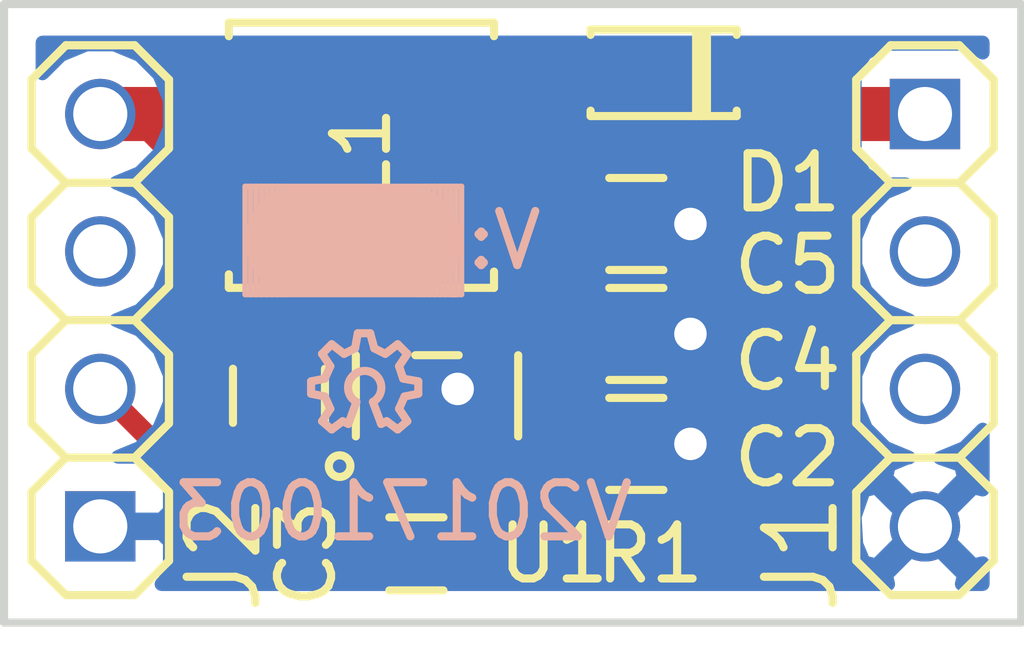
<source format=kicad_pcb>
(kicad_pcb (version 4) (host pcbnew 4.0.7-e2-6376~58~ubuntu17.04.1)

  (general
    (links 18)
    (no_connects 0)
    (area 112.446999 70.282999 131.393001 81.863001)
    (thickness 1.6)
    (drawings 4)
    (tracks 42)
    (zones 0)
    (modules 13)
    (nets 10)
  )

  (page A4)
  (layers
    (0 F.Cu signal)
    (31 B.Cu signal)
    (32 B.Adhes user)
    (33 F.Adhes user)
    (34 B.Paste user)
    (35 F.Paste user)
    (36 B.SilkS user)
    (37 F.SilkS user)
    (38 B.Mask user)
    (39 F.Mask user)
    (40 Dwgs.User user)
    (41 Cmts.User user)
    (42 Eco1.User user)
    (43 Eco2.User user)
    (44 Edge.Cuts user)
    (45 Margin user)
    (46 B.CrtYd user)
    (47 F.CrtYd user)
    (48 B.Fab user)
    (49 F.Fab user)
  )

  (setup
    (last_trace_width 0.25)
    (user_trace_width 0.3)
    (user_trace_width 0.4)
    (user_trace_width 0.5)
    (user_trace_width 0.6)
    (user_trace_width 0.8)
    (user_trace_width 1)
    (user_trace_width 1.5)
    (trace_clearance 0.2)
    (zone_clearance 0.3)
    (zone_45_only no)
    (trace_min 0.2)
    (segment_width 0.2)
    (edge_width 0.15)
    (via_size 0.6)
    (via_drill 0.4)
    (via_min_size 0.4)
    (via_min_drill 0.3)
    (user_via 0.6 0.4)
    (user_via 0.8 0.6)
    (user_via 1 0.8)
    (user_via 1.3 1)
    (user_via 1.8 1.5)
    (user_via 2.3 2)
    (uvia_size 0.3)
    (uvia_drill 0.1)
    (uvias_allowed no)
    (uvia_min_size 0.2)
    (uvia_min_drill 0.1)
    (pcb_text_width 0.3)
    (pcb_text_size 1.5 1.5)
    (mod_edge_width 0.15)
    (mod_text_size 1 1)
    (mod_text_width 0.15)
    (pad_size 1.524 1.524)
    (pad_drill 0.762)
    (pad_to_mask_clearance 0.1)
    (aux_axis_origin 0 0)
    (visible_elements FFFFFF7F)
    (pcbplotparams
      (layerselection 0x00030_80000001)
      (usegerberextensions false)
      (excludeedgelayer true)
      (linewidth 0.100000)
      (plotframeref false)
      (viasonmask false)
      (mode 1)
      (useauxorigin false)
      (hpglpennumber 1)
      (hpglpenspeed 20)
      (hpglpendiameter 15)
      (hpglpenoverlay 2)
      (psnegative false)
      (psa4output false)
      (plotreference true)
      (plotvalue true)
      (plotinvisibletext false)
      (padsonsilk false)
      (subtractmaskfromsilk false)
      (outputformat 1)
      (mirror false)
      (drillshape 1)
      (scaleselection 1)
      (outputdirectory ""))
  )

  (net 0 "")
  (net 1 GND)
  (net 2 "Net-(J1-Pad2)")
  (net 3 "Net-(U1-Pad3)")
  (net 4 "Net-(J1-Pad3)")
  (net 5 "Net-(J2-Pad3)")
  (net 6 VOUT)
  (net 7 VIN)
  (net 8 LX)
  (net 9 CE)

  (net_class Default "This is the default net class."
    (clearance 0.2)
    (trace_width 0.25)
    (via_dia 0.6)
    (via_drill 0.4)
    (uvia_dia 0.3)
    (uvia_drill 0.1)
    (add_net CE)
    (add_net GND)
    (add_net LX)
    (add_net "Net-(J1-Pad2)")
    (add_net "Net-(J1-Pad3)")
    (add_net "Net-(J2-Pad3)")
    (add_net "Net-(U1-Pad3)")
    (add_net VIN)
    (add_net VOUT)
  )

  (module SquantorRcl:C_0805 (layer F.Cu) (tedit 59D0FA32) (tstamp 59C0C529)
    (at 124.206 78.486)
    (descr "Capacitor SMD 0805, reflow soldering, AVX (see smccp.pdf)")
    (tags "capacitor 0805")
    (path /59BEB307)
    (attr smd)
    (fp_text reference C2 (at 2.794 0.254) (layer F.SilkS)
      (effects (font (size 1 1) (thickness 0.15)))
    )
    (fp_text value 10u (at 0 2.1) (layer F.Fab) hide
      (effects (font (size 1 1) (thickness 0.15)))
    )
    (fp_line (start -1 0.625) (end -1 -0.625) (layer F.Fab) (width 0.15))
    (fp_line (start 1 0.625) (end -1 0.625) (layer F.Fab) (width 0.15))
    (fp_line (start 1 -0.625) (end 1 0.625) (layer F.Fab) (width 0.15))
    (fp_line (start -1 -0.625) (end 1 -0.625) (layer F.Fab) (width 0.15))
    (fp_line (start -1.8 -1) (end 1.8 -1) (layer F.CrtYd) (width 0.05))
    (fp_line (start -1.8 1) (end 1.8 1) (layer F.CrtYd) (width 0.05))
    (fp_line (start -1.8 -1) (end -1.8 1) (layer F.CrtYd) (width 0.05))
    (fp_line (start 1.8 -1) (end 1.8 1) (layer F.CrtYd) (width 0.05))
    (fp_line (start 0.5 -0.85) (end -0.5 -0.85) (layer F.SilkS) (width 0.15))
    (fp_line (start -0.5 0.85) (end 0.5 0.85) (layer F.SilkS) (width 0.15))
    (pad 1 smd rect (at -1 0) (size 1 1.25) (layers F.Cu F.Paste F.Mask)
      (net 6 VOUT))
    (pad 2 smd rect (at 1 0) (size 1 1.25) (layers F.Cu F.Paste F.Mask)
      (net 1 GND))
    (model Capacitors_SMD.3dshapes/C_0805.wrl
      (at (xyz 0 0 0))
      (scale (xyz 1 1 1))
      (rotate (xyz 0 0 0))
    )
  )

  (module SquantorRcl:C_0805 (layer F.Cu) (tedit 59D0FB5F) (tstamp 59C0C539)
    (at 117.602 77.597 270)
    (descr "Capacitor SMD 0805, reflow soldering, AVX (see smccp.pdf)")
    (tags "capacitor 0805")
    (path /59BEB27C)
    (attr smd)
    (fp_text reference C3 (at 2.921 -0.508 270) (layer F.SilkS)
      (effects (font (size 1 1) (thickness 0.15)))
    )
    (fp_text value 10u (at 0 2.1 270) (layer F.Fab) hide
      (effects (font (size 1 1) (thickness 0.15)))
    )
    (fp_line (start -1 0.625) (end -1 -0.625) (layer F.Fab) (width 0.15))
    (fp_line (start 1 0.625) (end -1 0.625) (layer F.Fab) (width 0.15))
    (fp_line (start 1 -0.625) (end 1 0.625) (layer F.Fab) (width 0.15))
    (fp_line (start -1 -0.625) (end 1 -0.625) (layer F.Fab) (width 0.15))
    (fp_line (start -1.8 -1) (end 1.8 -1) (layer F.CrtYd) (width 0.05))
    (fp_line (start -1.8 1) (end 1.8 1) (layer F.CrtYd) (width 0.05))
    (fp_line (start -1.8 -1) (end -1.8 1) (layer F.CrtYd) (width 0.05))
    (fp_line (start 1.8 -1) (end 1.8 1) (layer F.CrtYd) (width 0.05))
    (fp_line (start 0.5 -0.85) (end -0.5 -0.85) (layer F.SilkS) (width 0.15))
    (fp_line (start -0.5 0.85) (end 0.5 0.85) (layer F.SilkS) (width 0.15))
    (pad 1 smd rect (at -1 0 270) (size 1 1.25) (layers F.Cu F.Paste F.Mask)
      (net 7 VIN))
    (pad 2 smd rect (at 1 0 270) (size 1 1.25) (layers F.Cu F.Paste F.Mask)
      (net 1 GND))
    (model Capacitors_SMD.3dshapes/C_0805.wrl
      (at (xyz 0 0 0))
      (scale (xyz 1 1 1))
      (rotate (xyz 0 0 0))
    )
  )

  (module SquantorRcl:R_0603_hand (layer F.Cu) (tedit 59D0FA10) (tstamp 59C0C549)
    (at 120.142 80.518 180)
    (descr "Resistor SMD 0603, reflow soldering, Vishay (see dcrcw.pdf)")
    (tags "resistor 0603")
    (path /59BEBF12)
    (attr smd)
    (fp_text reference R1 (at -4.318 0 180) (layer F.SilkS)
      (effects (font (size 1 1) (thickness 0.15)))
    )
    (fp_text value 10K (at -5.6 -3.8 180) (layer F.Fab) hide
      (effects (font (size 1 1) (thickness 0.15)))
    )
    (fp_line (start -0.8 0.4) (end -0.8 -0.4) (layer F.Fab) (width 0.1))
    (fp_line (start 0.8 0.4) (end -0.8 0.4) (layer F.Fab) (width 0.1))
    (fp_line (start 0.8 -0.4) (end 0.8 0.4) (layer F.Fab) (width 0.1))
    (fp_line (start -0.8 -0.4) (end 0.8 -0.4) (layer F.Fab) (width 0.1))
    (fp_line (start -1.5 -0.8) (end 1.5 -0.8) (layer F.CrtYd) (width 0.05))
    (fp_line (start -1.5 0.8) (end 1.5 0.8) (layer F.CrtYd) (width 0.05))
    (fp_line (start -1.5 -0.8) (end -1.5 0.8) (layer F.CrtYd) (width 0.05))
    (fp_line (start 1.5 -0.8) (end 1.5 0.8) (layer F.CrtYd) (width 0.05))
    (fp_line (start 0.5 0.675) (end -0.5 0.675) (layer F.SilkS) (width 0.15))
    (fp_line (start -0.5 -0.675) (end 0.5 -0.675) (layer F.SilkS) (width 0.15))
    (pad 1 smd rect (at -0.85 0 180) (size 0.7 0.9) (layers F.Cu F.Paste F.Mask)
      (net 6 VOUT))
    (pad 2 smd rect (at 0.85 0 180) (size 0.7 0.9) (layers F.Cu F.Paste F.Mask)
      (net 9 CE))
    (model Resistors_SMD.3dshapes/R_0603.wrl
      (at (xyz 0 0 0))
      (scale (xyz 1 1 1))
      (rotate (xyz 0 0 0))
    )
  )

  (module SquantorOnSemi:SN-SOT23-5 (layer F.Cu) (tedit 59D0FB67) (tstamp 59C0C556)
    (at 120.523 77.597)
    (path /59BEB0B3)
    (fp_text reference U1 (at 2.159 2.921) (layer F.SilkS)
      (effects (font (size 1 1) (thickness 0.15)))
    )
    (fp_text value NCP1400 (at 0 2.7) (layer F.Fab) hide
      (effects (font (size 1 1) (thickness 0.15)))
    )
    (fp_line (start -0.4 -0.75) (end 0.4 -0.75) (layer F.SilkS) (width 0.15))
    (fp_circle (center -1.8 1.3) (end -1.6 1.3) (layer F.SilkS) (width 0.15))
    (fp_line (start -1.5 0.75) (end -1.5 -0.75) (layer F.SilkS) (width 0.15))
    (fp_line (start 1.5 -0.75) (end 1.5 0.75) (layer F.SilkS) (width 0.15))
    (pad 1 smd rect (at -0.95 1.2) (size 0.7 1) (layers F.Cu F.Paste F.Mask)
      (net 9 CE))
    (pad 2 smd rect (at 0 1.2) (size 0.7 1) (layers F.Cu F.Paste F.Mask)
      (net 6 VOUT))
    (pad 3 smd rect (at 0.95 1.2) (size 0.7 1) (layers F.Cu F.Paste F.Mask)
      (net 3 "Net-(U1-Pad3)"))
    (pad 4 smd rect (at 0.95 -1.2) (size 0.7 1) (layers F.Cu F.Paste F.Mask)
      (net 1 GND))
    (pad 5 smd rect (at -0.95 -1.2) (size 0.7 1) (layers F.Cu F.Paste F.Mask)
      (net 8 LX))
  )

  (module SquantorDiodes:SOD-123-hand (layer F.Cu) (tedit 59D0FA43) (tstamp 59C7CEB6)
    (at 124.711 71.628 180)
    (path /59BEBC77)
    (fp_text reference D1 (at -2.289 -2.032 180) (layer F.SilkS)
      (effects (font (size 1 1) (thickness 0.15)))
    )
    (fp_text value D_Schottky (at 0 3.5 180) (layer F.Fab) hide
      (effects (font (size 1 1) (thickness 0.15)))
    )
    (fp_line (start -0.6 -0.8) (end -0.6 0.8) (layer F.SilkS) (width 0.15))
    (fp_line (start -0.7 0.8) (end -0.7 -0.8) (layer F.SilkS) (width 0.15))
    (fp_line (start -0.8 -0.8) (end -0.8 0.8) (layer F.SilkS) (width 0.15))
    (fp_line (start 1.85 0.2) (end 1.35 0.2) (layer F.Fab) (width 0.15))
    (fp_line (start 1.85 -0.2) (end 1.85 0.2) (layer F.Fab) (width 0.15))
    (fp_line (start 1.35 -0.2) (end 1.85 -0.2) (layer F.Fab) (width 0.15))
    (fp_line (start -1.85 0.2) (end -1.35 0.2) (layer F.Fab) (width 0.15))
    (fp_line (start -1.85 -0.2) (end -1.85 0.2) (layer F.Fab) (width 0.15))
    (fp_line (start -1.35 -0.2) (end -1.85 -0.2) (layer F.Fab) (width 0.15))
    (fp_line (start 1.35 0.7) (end 1.35 -0.7) (layer F.Fab) (width 0.15))
    (fp_line (start -1.35 -0.7) (end -1.35 0.7) (layer F.Fab) (width 0.15))
    (fp_line (start 1.35 0.8) (end 1.35 0.7) (layer F.SilkS) (width 0.15))
    (fp_line (start 1.35 -0.8) (end 1.35 -0.7) (layer F.SilkS) (width 0.15))
    (fp_line (start -1.35 0.8) (end -1.35 0.7) (layer F.SilkS) (width 0.15))
    (fp_line (start -1.35 -0.8) (end -1.35 -0.7) (layer F.SilkS) (width 0.15))
    (fp_line (start -1.35 0.8) (end 1.35 0.8) (layer F.SilkS) (width 0.15))
    (fp_line (start -1.35 -0.8) (end 1.35 -0.8) (layer F.SilkS) (width 0.15))
    (fp_line (start -1.35 -0.2) (end -1.85 -0.2) (layer F.Fab) (width 0.15))
    (pad 1 smd rect (at -1.775 0 180) (size 1.3 0.95) (layers F.Cu F.Paste F.Mask)
      (net 6 VOUT))
    (pad 2 smd rect (at 1.775 0 180) (size 1.3 0.95) (layers F.Cu F.Paste F.Mask)
      (net 8 LX))
  )

  (module SquantorRcl:TAIYO_YUDEN_NRS50XX (layer F.Cu) (tedit 59D0FB5A) (tstamp 59C7CEC2)
    (at 119.126 73.152 180)
    (path /59BEB3D0)
    (fp_text reference L1 (at 0 0 450) (layer F.SilkS)
      (effects (font (size 1 1) (thickness 0.15)))
    )
    (fp_text value 22u (at 0 4 180) (layer F.Fab) hide
      (effects (font (size 1 1) (thickness 0.15)))
    )
    (fp_line (start 2.45 2.45) (end 2.45 2.2) (layer F.SilkS) (width 0.15))
    (fp_line (start 2.45 -2.45) (end 2.45 -2.2) (layer F.SilkS) (width 0.15))
    (fp_line (start -2.45 2.45) (end -2.45 2.2) (layer F.SilkS) (width 0.15))
    (fp_line (start -2.45 -2.45) (end -2.45 -2.15) (layer F.SilkS) (width 0.15))
    (fp_line (start -2.45 2.45) (end 2.45 2.45) (layer F.SilkS) (width 0.15))
    (fp_line (start -2.45 -2.45) (end 2.45 -2.45) (layer F.SilkS) (width 0.15))
    (pad 1 smd rect (at -1.8 0 180) (size 1.5 4) (layers F.Cu F.Paste F.Mask)
      (net 8 LX))
    (pad 2 smd rect (at 1.8 0 180) (size 1.5 4) (layers F.Cu F.Paste F.Mask)
      (net 7 VIN))
  )

  (module SquantorConnectors:Header-0254-1X04-H010 (layer F.Cu) (tedit 59D0FA3E) (tstamp 59D0F43B)
    (at 129.54 76.2 270)
    (descr "PIN HEADER")
    (tags "PIN HEADER")
    (path /59D0F41F)
    (attr virtual)
    (fp_text reference J1 (at 4.318 2.286 270) (layer F.SilkS)
      (effects (font (size 1.27 1.27) (thickness 0.15)))
    )
    (fp_text value PINS_1X04 (at 0 2.413 270) (layer F.Fab) hide
      (effects (font (size 1.27 1.27) (thickness 0.15)))
    )
    (fp_line (start 0 -0.635) (end 0.635 -1.27) (layer F.SilkS) (width 0.1524))
    (fp_line (start 0.635 -1.27) (end 1.905 -1.27) (layer F.SilkS) (width 0.1524))
    (fp_line (start 1.905 -1.27) (end 2.54 -0.635) (layer F.SilkS) (width 0.1524))
    (fp_line (start 2.54 -0.635) (end 2.54 0.635) (layer F.SilkS) (width 0.1524))
    (fp_line (start 2.54 0.635) (end 1.905 1.27) (layer F.SilkS) (width 0.1524))
    (fp_line (start 1.905 1.27) (end 0.635 1.27) (layer F.SilkS) (width 0.1524))
    (fp_line (start 0.635 1.27) (end 0 0.635) (layer F.SilkS) (width 0.1524))
    (fp_line (start -4.445 -1.27) (end -3.175 -1.27) (layer F.SilkS) (width 0.1524))
    (fp_line (start -3.175 -1.27) (end -2.54 -0.635) (layer F.SilkS) (width 0.1524))
    (fp_line (start -2.54 -0.635) (end -2.54 0.635) (layer F.SilkS) (width 0.1524))
    (fp_line (start -2.54 0.635) (end -3.175 1.27) (layer F.SilkS) (width 0.1524))
    (fp_line (start -2.54 -0.635) (end -1.905 -1.27) (layer F.SilkS) (width 0.1524))
    (fp_line (start -1.905 -1.27) (end -0.635 -1.27) (layer F.SilkS) (width 0.1524))
    (fp_line (start -0.635 -1.27) (end 0 -0.635) (layer F.SilkS) (width 0.1524))
    (fp_line (start 0 -0.635) (end 0 0.635) (layer F.SilkS) (width 0.1524))
    (fp_line (start 0 0.635) (end -0.635 1.27) (layer F.SilkS) (width 0.1524))
    (fp_line (start -0.635 1.27) (end -1.905 1.27) (layer F.SilkS) (width 0.1524))
    (fp_line (start -1.905 1.27) (end -2.54 0.635) (layer F.SilkS) (width 0.1524))
    (fp_line (start -5.08 -0.635) (end -5.08 0.635) (layer F.SilkS) (width 0.1524))
    (fp_line (start -4.445 -1.27) (end -5.08 -0.635) (layer F.SilkS) (width 0.1524))
    (fp_line (start -5.08 0.635) (end -4.445 1.27) (layer F.SilkS) (width 0.1524))
    (fp_line (start -3.175 1.27) (end -4.445 1.27) (layer F.SilkS) (width 0.1524))
    (fp_line (start 3.175 -1.27) (end 4.445 -1.27) (layer F.SilkS) (width 0.1524))
    (fp_line (start 4.445 -1.27) (end 5.08 -0.635) (layer F.SilkS) (width 0.1524))
    (fp_line (start 5.08 -0.635) (end 5.08 0.635) (layer F.SilkS) (width 0.1524))
    (fp_line (start 5.08 0.635) (end 4.445 1.27) (layer F.SilkS) (width 0.1524))
    (fp_line (start 3.175 -1.27) (end 2.54 -0.635) (layer F.SilkS) (width 0.1524))
    (fp_line (start 2.54 0.635) (end 3.175 1.27) (layer F.SilkS) (width 0.1524))
    (fp_line (start 4.445 1.27) (end 3.175 1.27) (layer F.SilkS) (width 0.1524))
    (pad 1 thru_hole rect (at -3.81 0 90) (size 1.3 1.3) (drill 1) (layers *.Cu *.Mask)
      (net 6 VOUT))
    (pad 2 thru_hole circle (at -1.27 0 90) (size 1.3 1.3) (drill 1) (layers *.Cu *.Mask)
      (net 2 "Net-(J1-Pad2)"))
    (pad 3 thru_hole circle (at 1.27 0 90) (size 1.3 1.3) (drill 1) (layers *.Cu *.Mask)
      (net 4 "Net-(J1-Pad3)"))
    (pad 4 thru_hole circle (at 3.81 0 90) (size 1.3 1.3) (drill 1) (layers *.Cu *.Mask)
      (net 1 GND))
  )

  (module SquantorConnectors:Header-0254-1X04-H010 (layer F.Cu) (tedit 59D0FB63) (tstamp 59D0F442)
    (at 114.3 76.2 90)
    (descr "PIN HEADER")
    (tags "PIN HEADER")
    (path /59D0F50E)
    (attr virtual)
    (fp_text reference J2 (at -4.318 2.286 90) (layer F.SilkS)
      (effects (font (size 1.27 1.27) (thickness 0.15)))
    )
    (fp_text value PINS_1X04 (at 0 2.413 90) (layer F.Fab) hide
      (effects (font (size 1.27 1.27) (thickness 0.15)))
    )
    (fp_line (start 0 -0.635) (end 0.635 -1.27) (layer F.SilkS) (width 0.1524))
    (fp_line (start 0.635 -1.27) (end 1.905 -1.27) (layer F.SilkS) (width 0.1524))
    (fp_line (start 1.905 -1.27) (end 2.54 -0.635) (layer F.SilkS) (width 0.1524))
    (fp_line (start 2.54 -0.635) (end 2.54 0.635) (layer F.SilkS) (width 0.1524))
    (fp_line (start 2.54 0.635) (end 1.905 1.27) (layer F.SilkS) (width 0.1524))
    (fp_line (start 1.905 1.27) (end 0.635 1.27) (layer F.SilkS) (width 0.1524))
    (fp_line (start 0.635 1.27) (end 0 0.635) (layer F.SilkS) (width 0.1524))
    (fp_line (start -4.445 -1.27) (end -3.175 -1.27) (layer F.SilkS) (width 0.1524))
    (fp_line (start -3.175 -1.27) (end -2.54 -0.635) (layer F.SilkS) (width 0.1524))
    (fp_line (start -2.54 -0.635) (end -2.54 0.635) (layer F.SilkS) (width 0.1524))
    (fp_line (start -2.54 0.635) (end -3.175 1.27) (layer F.SilkS) (width 0.1524))
    (fp_line (start -2.54 -0.635) (end -1.905 -1.27) (layer F.SilkS) (width 0.1524))
    (fp_line (start -1.905 -1.27) (end -0.635 -1.27) (layer F.SilkS) (width 0.1524))
    (fp_line (start -0.635 -1.27) (end 0 -0.635) (layer F.SilkS) (width 0.1524))
    (fp_line (start 0 -0.635) (end 0 0.635) (layer F.SilkS) (width 0.1524))
    (fp_line (start 0 0.635) (end -0.635 1.27) (layer F.SilkS) (width 0.1524))
    (fp_line (start -0.635 1.27) (end -1.905 1.27) (layer F.SilkS) (width 0.1524))
    (fp_line (start -1.905 1.27) (end -2.54 0.635) (layer F.SilkS) (width 0.1524))
    (fp_line (start -5.08 -0.635) (end -5.08 0.635) (layer F.SilkS) (width 0.1524))
    (fp_line (start -4.445 -1.27) (end -5.08 -0.635) (layer F.SilkS) (width 0.1524))
    (fp_line (start -5.08 0.635) (end -4.445 1.27) (layer F.SilkS) (width 0.1524))
    (fp_line (start -3.175 1.27) (end -4.445 1.27) (layer F.SilkS) (width 0.1524))
    (fp_line (start 3.175 -1.27) (end 4.445 -1.27) (layer F.SilkS) (width 0.1524))
    (fp_line (start 4.445 -1.27) (end 5.08 -0.635) (layer F.SilkS) (width 0.1524))
    (fp_line (start 5.08 -0.635) (end 5.08 0.635) (layer F.SilkS) (width 0.1524))
    (fp_line (start 5.08 0.635) (end 4.445 1.27) (layer F.SilkS) (width 0.1524))
    (fp_line (start 3.175 -1.27) (end 2.54 -0.635) (layer F.SilkS) (width 0.1524))
    (fp_line (start 2.54 0.635) (end 3.175 1.27) (layer F.SilkS) (width 0.1524))
    (fp_line (start 4.445 1.27) (end 3.175 1.27) (layer F.SilkS) (width 0.1524))
    (pad 1 thru_hole rect (at -3.81 0 270) (size 1.3 1.3) (drill 1) (layers *.Cu *.Mask)
      (net 1 GND))
    (pad 2 thru_hole circle (at -1.27 0 270) (size 1.3 1.3) (drill 1) (layers *.Cu *.Mask)
      (net 9 CE))
    (pad 3 thru_hole circle (at 1.27 0 270) (size 1.3 1.3) (drill 1) (layers *.Cu *.Mask)
      (net 5 "Net-(J2-Pad3)"))
    (pad 4 thru_hole circle (at 3.81 0 270) (size 1.3 1.3) (drill 1) (layers *.Cu *.Mask)
      (net 7 VIN))
  )

  (module SquantorRcl:C_0805 (layer F.Cu) (tedit 59D0FA0A) (tstamp 59D0F9A3)
    (at 124.206 76.454)
    (descr "Capacitor SMD 0805, reflow soldering, AVX (see smccp.pdf)")
    (tags "capacitor 0805")
    (path /59D0FC28)
    (attr smd)
    (fp_text reference C4 (at 2.794 0.508) (layer F.SilkS)
      (effects (font (size 1 1) (thickness 0.15)))
    )
    (fp_text value 10u (at 7.62 -2.032) (layer F.Fab) hide
      (effects (font (size 1 1) (thickness 0.15)))
    )
    (fp_line (start -1 0.625) (end -1 -0.625) (layer F.Fab) (width 0.15))
    (fp_line (start 1 0.625) (end -1 0.625) (layer F.Fab) (width 0.15))
    (fp_line (start 1 -0.625) (end 1 0.625) (layer F.Fab) (width 0.15))
    (fp_line (start -1 -0.625) (end 1 -0.625) (layer F.Fab) (width 0.15))
    (fp_line (start -1.8 -1) (end 1.8 -1) (layer F.CrtYd) (width 0.05))
    (fp_line (start -1.8 1) (end 1.8 1) (layer F.CrtYd) (width 0.05))
    (fp_line (start -1.8 -1) (end -1.8 1) (layer F.CrtYd) (width 0.05))
    (fp_line (start 1.8 -1) (end 1.8 1) (layer F.CrtYd) (width 0.05))
    (fp_line (start 0.5 -0.85) (end -0.5 -0.85) (layer F.SilkS) (width 0.15))
    (fp_line (start -0.5 0.85) (end 0.5 0.85) (layer F.SilkS) (width 0.15))
    (pad 1 smd rect (at -1 0) (size 1 1.25) (layers F.Cu F.Paste F.Mask)
      (net 6 VOUT))
    (pad 2 smd rect (at 1 0) (size 1 1.25) (layers F.Cu F.Paste F.Mask)
      (net 1 GND))
    (model Capacitors_SMD.3dshapes/C_0805.wrl
      (at (xyz 0 0 0))
      (scale (xyz 1 1 1))
      (rotate (xyz 0 0 0))
    )
  )

  (module SquantorRcl:C_0805 (layer F.Cu) (tedit 59D0FA38) (tstamp 59D0F9A9)
    (at 124.206 74.422)
    (descr "Capacitor SMD 0805, reflow soldering, AVX (see smccp.pdf)")
    (tags "capacitor 0805")
    (path /59D0FBC2)
    (attr smd)
    (fp_text reference C5 (at 2.794 0.762) (layer F.SilkS)
      (effects (font (size 1 1) (thickness 0.15)))
    )
    (fp_text value 10u (at 0 2.1) (layer F.Fab) hide
      (effects (font (size 1 1) (thickness 0.15)))
    )
    (fp_line (start -1 0.625) (end -1 -0.625) (layer F.Fab) (width 0.15))
    (fp_line (start 1 0.625) (end -1 0.625) (layer F.Fab) (width 0.15))
    (fp_line (start 1 -0.625) (end 1 0.625) (layer F.Fab) (width 0.15))
    (fp_line (start -1 -0.625) (end 1 -0.625) (layer F.Fab) (width 0.15))
    (fp_line (start -1.8 -1) (end 1.8 -1) (layer F.CrtYd) (width 0.05))
    (fp_line (start -1.8 1) (end 1.8 1) (layer F.CrtYd) (width 0.05))
    (fp_line (start -1.8 -1) (end -1.8 1) (layer F.CrtYd) (width 0.05))
    (fp_line (start 1.8 -1) (end 1.8 1) (layer F.CrtYd) (width 0.05))
    (fp_line (start 0.5 -0.85) (end -0.5 -0.85) (layer F.SilkS) (width 0.15))
    (fp_line (start -0.5 0.85) (end 0.5 0.85) (layer F.SilkS) (width 0.15))
    (pad 1 smd rect (at -1 0) (size 1 1.25) (layers F.Cu F.Paste F.Mask)
      (net 6 VOUT))
    (pad 2 smd rect (at 1 0) (size 1 1.25) (layers F.Cu F.Paste F.Mask)
      (net 1 GND))
    (model Capacitors_SMD.3dshapes/C_0805.wrl
      (at (xyz 0 0 0))
      (scale (xyz 1 1 1))
      (rotate (xyz 0 0 0))
    )
  )

  (module SquantorLabels:Label_version (layer F.Cu) (tedit 59D3ED5E) (tstamp 59D3EF14)
    (at 119.8372 79.7052)
    (path /59D3F091)
    (fp_text reference N1 (at 0 2) (layer F.Fab) hide
      (effects (font (size 1 1) (thickness 0.15)))
    )
    (fp_text value V20171003 (at 0.0508 0.034199 180) (layer B.SilkS)
      (effects (font (size 1 1) (thickness 0.15)) (justify mirror))
    )
  )

  (module SquantorLabels:Label_Note_small (layer B.Cu) (tedit 59D3F481) (tstamp 59D3F73F)
    (at 115.9764 74.7268)
    (path /59D3F305)
    (fp_text reference N3 (at -0.05 2.3) (layer B.Fab) hide
      (effects (font (size 1 1) (thickness 0.15)) (justify mirror))
    )
    (fp_text value V: (at 5.7912 0) (layer B.SilkS)
      (effects (font (size 1 1) (thickness 0.15)) (justify mirror))
    )
    (fp_line (start 4.9 1) (end 4.9 -1) (layer B.SilkS) (width 0.1))
    (fp_line (start 4.8 1) (end 4.9 1) (layer B.SilkS) (width 0.1))
    (fp_line (start 4.8 -1) (end 4.8 1) (layer B.SilkS) (width 0.1))
    (fp_line (start 4.7 1) (end 4.7 -1) (layer B.SilkS) (width 0.1))
    (fp_line (start 4.6 -1) (end 4.6 1) (layer B.SilkS) (width 0.1))
    (fp_line (start 4.5 1) (end 4.5 -1) (layer B.SilkS) (width 0.1))
    (fp_line (start 4.4 -1) (end 4.4 1) (layer B.SilkS) (width 0.1))
    (fp_line (start 4.3 1) (end 4.3 -1) (layer B.SilkS) (width 0.1))
    (fp_line (start 1.7 -1) (end 1.7 1) (layer B.SilkS) (width 0.1))
    (fp_line (start 1.6 1) (end 1.6 -1) (layer B.SilkS) (width 0.1))
    (fp_line (start 1.5 -1) (end 1.5 1) (layer B.SilkS) (width 0.1))
    (fp_line (start 1.4 1) (end 1.4 -1) (layer B.SilkS) (width 0.1))
    (fp_line (start 1.3 -1) (end 1.3 1) (layer B.SilkS) (width 0.1))
    (fp_line (start 1.2 1) (end 1.2 -1) (layer B.SilkS) (width 0.1))
    (fp_line (start 1.1 -1) (end 1.1 1) (layer B.SilkS) (width 0.1))
    (fp_line (start 1 -1) (end 1 1) (layer B.SilkS) (width 0.1))
    (fp_line (start 5 -1) (end 1 -1) (layer B.SilkS) (width 0.1))
    (fp_line (start 5 1) (end 5 -1) (layer B.SilkS) (width 0.1))
    (fp_line (start 1 1) (end 5 1) (layer B.SilkS) (width 0.1))
    (fp_line (start 2 0) (end 4 0) (layer B.SilkS) (width 2))
  )

  (module SquantorOHW_logo:ohw-logo-OSHW_6X70_NOTEXT (layer B.Cu) (tedit 59D3FADE) (tstamp 59D3FC09)
    (at 119.1768 77.4192 180)
    (path /59D3F294)
    (attr virtual)
    (fp_text reference N2 (at 0 -2 180) (layer B.Fab) hide
      (effects (font (size 1.27 1.27) (thickness 0.15)) (justify mirror))
    )
    (fp_text value OHWLOGO (at 0 2 180) (layer B.SilkS) hide
      (effects (font (size 1.27 1.27) (thickness 0.15)) (justify mirror))
    )
    (fp_line (start -0.1618 -0.292) (end -0.3142 -0.6984) (layer B.SilkS) (width 0.15))
    (fp_line (start -0.3142 -0.6984) (end -0.4158 -0.6476) (layer B.SilkS) (width 0.15))
    (fp_line (start -0.4158 -0.6476) (end -0.619 -0.8) (layer B.SilkS) (width 0.15))
    (fp_line (start -0.619 -0.8) (end -0.7968 -0.6476) (layer B.SilkS) (width 0.15))
    (fp_line (start -0.7968 -0.6476) (end -0.6444 -0.419) (layer B.SilkS) (width 0.15))
    (fp_line (start -0.6444 -0.419) (end -0.746 -0.1904) (layer B.SilkS) (width 0.15))
    (fp_line (start -0.746 -0.1904) (end -1 -0.1396) (layer B.SilkS) (width 0.15))
    (fp_line (start -1 -0.1396) (end -1 0.089) (layer B.SilkS) (width 0.15))
    (fp_line (start -1 0.089) (end -0.7206 0.1398) (layer B.SilkS) (width 0.15))
    (fp_line (start -0.7206 0.1398) (end -0.6444 0.3684) (layer B.SilkS) (width 0.15))
    (fp_line (start -0.6444 0.3684) (end -0.7968 0.597) (layer B.SilkS) (width 0.15))
    (fp_line (start -0.7968 0.597) (end -0.619 0.7748) (layer B.SilkS) (width 0.15))
    (fp_line (start -0.619 0.7748) (end -0.3904 0.597) (layer B.SilkS) (width 0.15))
    (fp_line (start -0.3904 0.597) (end -0.1872 0.6986) (layer B.SilkS) (width 0.15))
    (fp_line (start -0.1872 0.6986) (end -0.111 0.978) (layer B.SilkS) (width 0.15))
    (fp_line (start -0.111 0.978) (end 0.1176 0.978) (layer B.SilkS) (width 0.15))
    (fp_line (start 0.1176 0.978) (end 0.1684 0.6986) (layer B.SilkS) (width 0.15))
    (fp_line (start 0.1684 0.6986) (end 0.3716 0.597) (layer B.SilkS) (width 0.15))
    (fp_line (start 0.3716 0.597) (end 0.6002 0.7748) (layer B.SilkS) (width 0.15))
    (fp_line (start 0.6002 0.7748) (end 0.778 0.597) (layer B.SilkS) (width 0.15))
    (fp_line (start 0.778 0.597) (end 0.6256 0.3684) (layer B.SilkS) (width 0.15))
    (fp_line (start 0.6256 0.3684) (end 0.7272 0.1398) (layer B.SilkS) (width 0.15))
    (fp_line (start 0.7272 0.1398) (end 0.9812 0.089) (layer B.SilkS) (width 0.15))
    (fp_line (start 0.9812 0.089) (end 0.9812 -0.1396) (layer B.SilkS) (width 0.15))
    (fp_line (start 0.9812 -0.1396) (end 0.7272 -0.1904) (layer B.SilkS) (width 0.15))
    (fp_line (start 0.7272 -0.1904) (end 0.6256 -0.419) (layer B.SilkS) (width 0.15))
    (fp_line (start 0.6256 -0.419) (end 0.778 -0.6476) (layer B.SilkS) (width 0.15))
    (fp_line (start 0.778 -0.6476) (end 0.6002 -0.8) (layer B.SilkS) (width 0.15))
    (fp_line (start 0.6002 -0.8) (end 0.397 -0.6476) (layer B.SilkS) (width 0.15))
    (fp_line (start 0.397 -0.6476) (end 0.29286 -0.6984) (layer B.SilkS) (width 0.15))
    (fp_line (start 0.29286 -0.6984) (end 0.143 -0.292) (layer B.SilkS) (width 0.15))
    (fp_arc (start -0.0094 -0.0253) (end -0.1618 -0.292) (angle -300.5) (layer B.SilkS) (width 0.15))
  )

  (gr_line (start 131.318 70.358) (end 112.522 70.358) (layer Edge.Cuts) (width 0.15))
  (gr_line (start 131.318 81.788) (end 131.318 70.358) (layer Edge.Cuts) (width 0.15))
  (gr_line (start 112.522 81.788) (end 131.318 81.788) (layer Edge.Cuts) (width 0.15))
  (gr_line (start 112.522 70.358) (end 112.522 81.788) (layer Edge.Cuts) (width 0.15))

  (via (at 125.206 78.486) (size 0.8) (drill 0.6) (layers F.Cu B.Cu) (net 1))
  (via (at 125.206 76.454) (size 0.8) (drill 0.6) (layers F.Cu B.Cu) (net 1))
  (via (at 125.206 74.422) (size 0.8) (drill 0.6) (layers F.Cu B.Cu) (net 1))
  (segment (start 121.473 76.901) (end 120.904 77.47) (width 1) (layer F.Cu) (net 1))
  (via (at 120.904 77.47) (size 0.8) (drill 0.6) (layers F.Cu B.Cu) (net 1))
  (segment (start 121.473 76.397) (end 121.473 76.901) (width 1) (layer F.Cu) (net 1))
  (segment (start 129.54 72.39) (end 126.492 72.39) (width 1) (layer F.Cu) (net 6))
  (segment (start 126.492 72.39) (end 126.486 72.396) (width 1) (layer F.Cu) (net 6))
  (segment (start 126.486 71.628) (end 126.486 72.396) (width 1) (layer F.Cu) (net 6))
  (segment (start 126.486 72.396) (end 126.085 72.797) (width 1) (layer F.Cu) (net 6))
  (segment (start 126.085 72.797) (end 124.307 72.797) (width 1) (layer F.Cu) (net 6))
  (segment (start 124.307 72.797) (end 123.206 73.898) (width 1) (layer F.Cu) (net 6))
  (segment (start 123.206 73.898) (end 123.206 74.422) (width 1) (layer F.Cu) (net 6))
  (segment (start 120.992 80.518) (end 120.992 80.098) (width 0.6) (layer F.Cu) (net 6))
  (segment (start 120.992 80.098) (end 120.523 79.629) (width 0.6) (layer F.Cu) (net 6))
  (segment (start 120.523 79.629) (end 120.523 78.797) (width 0.6) (layer F.Cu) (net 6))
  (segment (start 123.206 78.486) (end 123.206 80.111) (width 1) (layer F.Cu) (net 6))
  (segment (start 123.206 80.111) (end 122.799 80.518) (width 1) (layer F.Cu) (net 6))
  (segment (start 122.799 80.518) (end 122.342 80.518) (width 1) (layer F.Cu) (net 6))
  (segment (start 122.342 80.518) (end 120.992 80.518) (width 1) (layer F.Cu) (net 6))
  (segment (start 123.206 76.454) (end 123.206 78.486) (width 1) (layer F.Cu) (net 6))
  (segment (start 123.206 74.422) (end 123.206 76.454) (width 1) (layer F.Cu) (net 6))
  (segment (start 117.326 73.152) (end 116.078 73.152) (width 1) (layer F.Cu) (net 7))
  (segment (start 116.078 73.152) (end 115.316 72.39) (width 1) (layer F.Cu) (net 7))
  (segment (start 115.316 72.39) (end 115.219238 72.39) (width 1) (layer F.Cu) (net 7))
  (segment (start 115.219238 72.39) (end 114.3 72.39) (width 1) (layer F.Cu) (net 7))
  (segment (start 117.602 75.692) (end 117.326 75.416) (width 1) (layer F.Cu) (net 7))
  (segment (start 117.326 75.416) (end 117.326 73.152) (width 1) (layer F.Cu) (net 7))
  (segment (start 117.602 76.597) (end 117.602 75.692) (width 1) (layer F.Cu) (net 7))
  (segment (start 120.926 73.152) (end 121.412 73.152) (width 1) (layer F.Cu) (net 8))
  (segment (start 121.412 73.152) (end 122.936 71.628) (width 1) (layer F.Cu) (net 8))
  (segment (start 119.573 75.753) (end 120.926 74.4) (width 1) (layer F.Cu) (net 8))
  (segment (start 120.926 74.4) (end 120.926 73.152) (width 1) (layer F.Cu) (net 8))
  (segment (start 119.573 76.397) (end 119.573 75.753) (width 1) (layer F.Cu) (net 8))
  (segment (start 119.292 80.518) (end 116.332 80.518) (width 0.4) (layer F.Cu) (net 9))
  (segment (start 116.332 80.518) (end 115.824 80.01) (width 0.4) (layer F.Cu) (net 9))
  (segment (start 115.824 80.01) (end 115.824 78.994) (width 0.4) (layer F.Cu) (net 9))
  (segment (start 115.824 78.994) (end 114.3 77.47) (width 0.4) (layer F.Cu) (net 9))
  (segment (start 119.292 80.518) (end 119.292 79.844) (width 0.4) (layer F.Cu) (net 9))
  (segment (start 119.292 79.844) (end 119.38 79.756) (width 0.4) (layer F.Cu) (net 9))
  (segment (start 119.38 79.756) (end 119.38 78.99) (width 0.4) (layer F.Cu) (net 9))
  (segment (start 119.38 78.99) (end 119.573 78.797) (width 0.4) (layer F.Cu) (net 9))

  (zone (net 1) (net_name GND) (layer B.Cu) (tstamp 0) (hatch edge 0.508)
    (connect_pads (clearance 0.508))
    (min_thickness 0.254)
    (fill yes (arc_segments 16) (thermal_gap 0.508) (thermal_bridge_width 0.508))
    (polygon
      (pts
        (xy 112.522 70.358) (xy 131.318 70.358) (xy 131.318 81.788) (xy 112.522 81.788)
      )
    )
    (filled_polygon
      (pts
        (xy 130.608 71.257067) (xy 130.44189 71.143569) (xy 130.19 71.09256) (xy 128.89 71.09256) (xy 128.654683 71.136838)
        (xy 128.438559 71.27591) (xy 128.293569 71.48811) (xy 128.24256 71.74) (xy 128.24256 73.04) (xy 128.286838 73.275317)
        (xy 128.42591 73.491441) (xy 128.63811 73.636431) (xy 128.89 73.68744) (xy 129.182267 73.68744) (xy 128.813057 73.839995)
        (xy 128.451265 74.201155) (xy 128.255223 74.673276) (xy 128.254777 75.184481) (xy 128.449995 75.656943) (xy 128.811155 76.018735)
        (xy 129.248182 76.200205) (xy 128.813057 76.379995) (xy 128.451265 76.741155) (xy 128.255223 77.213276) (xy 128.254777 77.724481)
        (xy 128.449995 78.196943) (xy 128.811155 78.558735) (xy 129.2472 78.739797) (xy 129.210572 78.741917) (xy 128.876271 78.880389)
        (xy 128.82059 79.110984) (xy 129.54 79.830395) (xy 130.25941 79.110984) (xy 130.203729 78.880389) (xy 129.81714 78.745861)
        (xy 130.266943 78.560005) (xy 130.608 78.219544) (xy 130.608 79.331394) (xy 130.439016 79.29059) (xy 129.719605 80.01)
        (xy 130.439016 80.72941) (xy 130.608 80.688606) (xy 130.608 81.078) (xy 130.218606 81.078) (xy 130.25941 80.909016)
        (xy 129.54 80.189605) (xy 128.82059 80.909016) (xy 128.861394 81.078) (xy 115.430025 81.078) (xy 115.488327 81.019698)
        (xy 115.585 80.786309) (xy 115.585 80.29575) (xy 115.42625 80.137) (xy 114.427 80.137) (xy 114.427 80.157)
        (xy 114.173 80.157) (xy 114.173 80.137) (xy 114.153 80.137) (xy 114.153 79.883) (xy 114.173 79.883)
        (xy 114.173 79.863) (xy 114.427 79.863) (xy 114.427 79.883) (xy 115.42625 79.883) (xy 115.480172 79.829078)
        (xy 128.242378 79.829078) (xy 128.271917 80.339428) (xy 128.410389 80.673729) (xy 128.640984 80.72941) (xy 129.360395 80.01)
        (xy 128.640984 79.29059) (xy 128.410389 79.346271) (xy 128.242378 79.829078) (xy 115.480172 79.829078) (xy 115.585 79.72425)
        (xy 115.585 79.233691) (xy 115.488327 79.000302) (xy 115.309699 78.821673) (xy 115.07631 78.725) (xy 114.627626 78.725)
        (xy 115.026943 78.560005) (xy 115.388735 78.198845) (xy 115.584777 77.726724) (xy 115.585223 77.215519) (xy 115.390005 76.743057)
        (xy 115.028845 76.381265) (xy 114.591818 76.199795) (xy 115.026943 76.020005) (xy 115.388735 75.658845) (xy 115.584777 75.186724)
        (xy 115.585223 74.675519) (xy 115.390005 74.203057) (xy 115.028845 73.841265) (xy 114.591818 73.659795) (xy 115.026943 73.480005)
        (xy 115.388735 73.118845) (xy 115.584777 72.646724) (xy 115.585223 72.135519) (xy 115.390005 71.663057) (xy 115.028845 71.301265)
        (xy 114.556724 71.105223) (xy 114.045519 71.104777) (xy 113.573057 71.299995) (xy 113.232 71.640456) (xy 113.232 71.068)
        (xy 130.608 71.068)
      )
    )
  )
  (zone (net 1) (net_name GND) (layer F.Cu) (tstamp 0) (hatch edge 0.508)
    (connect_pads yes (clearance 0.3))
    (min_thickness 0.254)
    (fill yes (arc_segments 16) (thermal_gap 0.508) (thermal_bridge_width 0.508))
    (polygon
      (pts
        (xy 116.586 79.502) (xy 122.174 79.502) (xy 122.174 75.692) (xy 116.586 75.692)
      )
    )
    (filled_polygon
      (pts
        (xy 122.047 77.933255) (xy 121.992381 77.895936) (xy 121.823 77.861635) (xy 121.123 77.861635) (xy 120.993409 77.886019)
        (xy 120.873 77.861635) (xy 120.173 77.861635) (xy 120.043409 77.886019) (xy 119.923 77.861635) (xy 119.223 77.861635)
        (xy 119.064763 77.891409) (xy 118.919433 77.984927) (xy 118.821936 78.127619) (xy 118.787635 78.297) (xy 118.787635 78.815879)
        (xy 118.753 78.99) (xy 118.753 79.375) (xy 116.713 79.375) (xy 116.713 77.433414) (xy 116.807619 77.498064)
        (xy 116.977 77.532365) (xy 118.227 77.532365) (xy 118.385237 77.502591) (xy 118.530567 77.409073) (xy 118.628064 77.266381)
        (xy 118.662365 77.097) (xy 118.662365 76.479272) (xy 118.716564 76.751748) (xy 118.787635 76.858113) (xy 118.787635 76.897)
        (xy 118.817409 77.055237) (xy 118.910927 77.200567) (xy 119.053619 77.298064) (xy 119.223 77.332365) (xy 119.923 77.332365)
        (xy 120.081237 77.302591) (xy 120.226567 77.209073) (xy 120.324064 77.066381) (xy 120.358365 76.897) (xy 120.358365 76.858113)
        (xy 120.429436 76.751748) (xy 120.5 76.397) (xy 120.5 76.136976) (xy 120.817976 75.819) (xy 122.047 75.819)
      )
    )
  )
)

</source>
